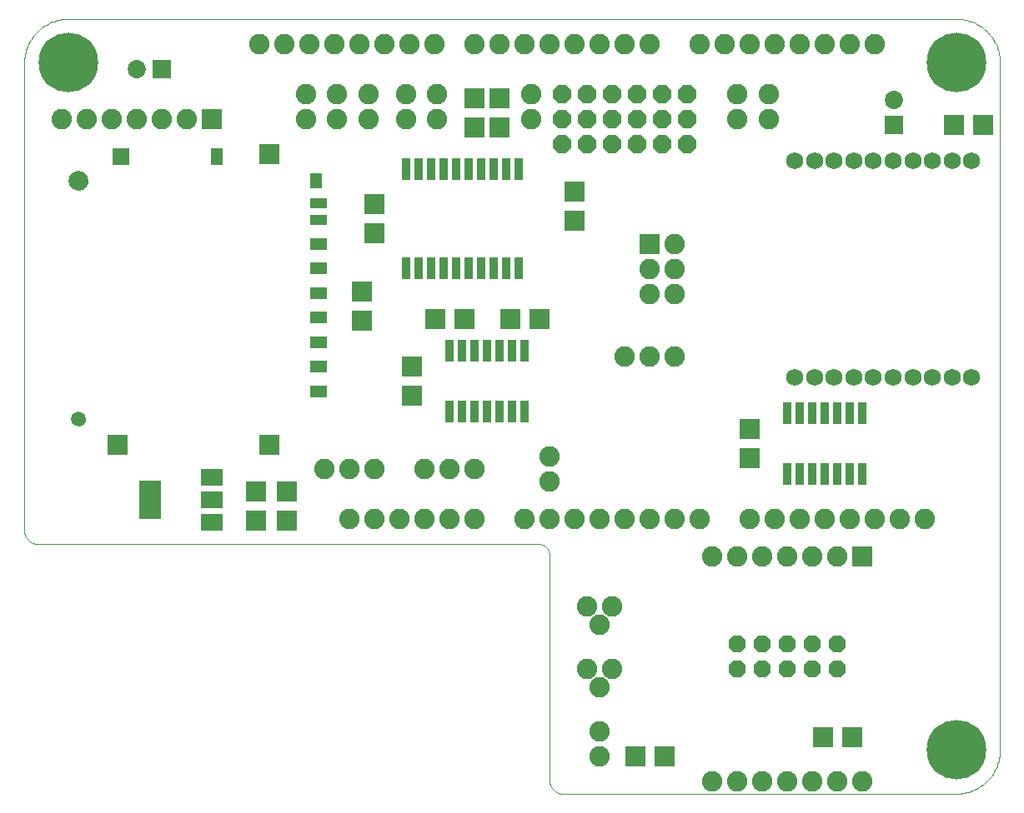
<source format=gts>
G75*
G70*
%OFA0B0*%
%FSLAX24Y24*%
%IPPOS*%
%LPD*%
%AMOC8*
5,1,8,0,0,1.08239X$1,22.5*
%
%ADD10C,0.0000*%
%ADD11R,0.0340X0.0880*%
%ADD12C,0.0820*%
%ADD13R,0.0820X0.0820*%
%ADD14R,0.0789X0.0790*%
%ADD15R,0.0790X0.0789*%
%ADD16R,0.0694X0.0493*%
%ADD17R,0.0694X0.0434*%
%ADD18R,0.0513X0.0611*%
%ADD19R,0.0828X0.0828*%
%ADD20R,0.0513X0.0710*%
%ADD21R,0.0710X0.0710*%
%ADD22C,0.0789*%
%ADD23C,0.0592*%
%ADD24C,0.0680*%
%ADD25C,0.2380*%
%ADD26R,0.0867X0.0671*%
%ADD27R,0.0867X0.1576*%
%ADD28OC8,0.0720*%
%ADD29OC8,0.0680*%
%ADD30R,0.0730X0.0730*%
%ADD31C,0.0730*%
D10*
X005721Y015221D02*
X025721Y015221D01*
X025765Y015219D01*
X025808Y015213D01*
X025850Y015204D01*
X025892Y015191D01*
X025932Y015174D01*
X025971Y015154D01*
X026008Y015131D01*
X026042Y015104D01*
X026075Y015075D01*
X026104Y015042D01*
X026131Y015008D01*
X026154Y014971D01*
X026174Y014932D01*
X026191Y014892D01*
X026204Y014850D01*
X026213Y014808D01*
X026219Y014765D01*
X026221Y014721D01*
X026221Y005721D01*
X026223Y005677D01*
X026229Y005634D01*
X026238Y005592D01*
X026251Y005550D01*
X026268Y005510D01*
X026288Y005471D01*
X026311Y005434D01*
X026338Y005400D01*
X026367Y005367D01*
X026400Y005338D01*
X026434Y005311D01*
X026471Y005288D01*
X026510Y005268D01*
X026550Y005251D01*
X026592Y005238D01*
X026634Y005229D01*
X026677Y005223D01*
X026721Y005221D01*
X042471Y005221D01*
X042554Y005223D01*
X042637Y005229D01*
X042720Y005239D01*
X042802Y005253D01*
X042884Y005270D01*
X042964Y005292D01*
X043043Y005317D01*
X043121Y005346D01*
X043198Y005379D01*
X043273Y005416D01*
X043346Y005455D01*
X043417Y005499D01*
X043486Y005545D01*
X043553Y005595D01*
X043617Y005648D01*
X043679Y005704D01*
X043738Y005763D01*
X043794Y005825D01*
X043847Y005889D01*
X043897Y005956D01*
X043943Y006025D01*
X043987Y006096D01*
X044026Y006169D01*
X044063Y006244D01*
X044096Y006321D01*
X044125Y006399D01*
X044150Y006478D01*
X044172Y006558D01*
X044189Y006640D01*
X044203Y006722D01*
X044213Y006805D01*
X044219Y006888D01*
X044221Y006971D01*
X044221Y034471D01*
X044219Y034554D01*
X044213Y034637D01*
X044203Y034720D01*
X044189Y034802D01*
X044172Y034884D01*
X044150Y034964D01*
X044125Y035043D01*
X044096Y035121D01*
X044063Y035198D01*
X044026Y035273D01*
X043987Y035346D01*
X043943Y035417D01*
X043897Y035486D01*
X043847Y035553D01*
X043794Y035617D01*
X043738Y035679D01*
X043679Y035738D01*
X043617Y035794D01*
X043553Y035847D01*
X043486Y035897D01*
X043417Y035943D01*
X043346Y035987D01*
X043273Y036026D01*
X043198Y036063D01*
X043121Y036096D01*
X043043Y036125D01*
X042964Y036150D01*
X042884Y036172D01*
X042802Y036189D01*
X042720Y036203D01*
X042637Y036213D01*
X042554Y036219D01*
X042471Y036221D01*
X006971Y036221D01*
X006888Y036219D01*
X006805Y036213D01*
X006722Y036203D01*
X006640Y036189D01*
X006558Y036172D01*
X006478Y036150D01*
X006399Y036125D01*
X006321Y036096D01*
X006244Y036063D01*
X006169Y036026D01*
X006096Y035987D01*
X006025Y035943D01*
X005956Y035897D01*
X005889Y035847D01*
X005825Y035794D01*
X005763Y035738D01*
X005704Y035679D01*
X005648Y035617D01*
X005595Y035553D01*
X005545Y035486D01*
X005499Y035417D01*
X005455Y035346D01*
X005416Y035273D01*
X005379Y035198D01*
X005346Y035121D01*
X005317Y035043D01*
X005292Y034964D01*
X005270Y034884D01*
X005253Y034802D01*
X005239Y034720D01*
X005229Y034637D01*
X005223Y034554D01*
X005221Y034471D01*
X005221Y015721D01*
X005223Y015677D01*
X005229Y015634D01*
X005238Y015592D01*
X005251Y015550D01*
X005268Y015510D01*
X005288Y015471D01*
X005311Y015434D01*
X005338Y015400D01*
X005367Y015367D01*
X005400Y015338D01*
X005434Y015311D01*
X005471Y015288D01*
X005510Y015268D01*
X005550Y015251D01*
X005592Y015238D01*
X005634Y015229D01*
X005677Y015223D01*
X005721Y015221D01*
X007130Y020207D02*
X007132Y020238D01*
X007138Y020269D01*
X007147Y020299D01*
X007160Y020328D01*
X007177Y020355D01*
X007197Y020379D01*
X007219Y020401D01*
X007245Y020420D01*
X007272Y020436D01*
X007301Y020448D01*
X007331Y020457D01*
X007362Y020462D01*
X007394Y020463D01*
X007425Y020460D01*
X007456Y020453D01*
X007486Y020443D01*
X007514Y020429D01*
X007540Y020411D01*
X007564Y020391D01*
X007585Y020367D01*
X007604Y020342D01*
X007619Y020314D01*
X007630Y020285D01*
X007638Y020254D01*
X007642Y020223D01*
X007642Y020191D01*
X007638Y020160D01*
X007630Y020129D01*
X007619Y020100D01*
X007604Y020072D01*
X007585Y020047D01*
X007564Y020023D01*
X007540Y020003D01*
X007514Y019985D01*
X007486Y019971D01*
X007456Y019961D01*
X007425Y019954D01*
X007394Y019951D01*
X007362Y019952D01*
X007331Y019957D01*
X007301Y019966D01*
X007272Y019978D01*
X007245Y019994D01*
X007219Y020013D01*
X007197Y020035D01*
X007177Y020059D01*
X007160Y020086D01*
X007147Y020115D01*
X007138Y020145D01*
X007132Y020176D01*
X007130Y020207D01*
X007032Y029735D02*
X007034Y029772D01*
X007040Y029809D01*
X007049Y029844D01*
X007063Y029879D01*
X007079Y029912D01*
X007100Y029943D01*
X007123Y029972D01*
X007149Y029998D01*
X007178Y030021D01*
X007209Y030042D01*
X007242Y030058D01*
X007277Y030072D01*
X007312Y030081D01*
X007349Y030087D01*
X007386Y030089D01*
X007423Y030087D01*
X007460Y030081D01*
X007495Y030072D01*
X007530Y030058D01*
X007563Y030042D01*
X007594Y030021D01*
X007623Y029998D01*
X007649Y029972D01*
X007672Y029943D01*
X007693Y029912D01*
X007709Y029879D01*
X007723Y029844D01*
X007732Y029809D01*
X007738Y029772D01*
X007740Y029735D01*
X007738Y029698D01*
X007732Y029661D01*
X007723Y029626D01*
X007709Y029591D01*
X007693Y029558D01*
X007672Y029527D01*
X007649Y029498D01*
X007623Y029472D01*
X007594Y029449D01*
X007563Y029428D01*
X007530Y029412D01*
X007495Y029398D01*
X007460Y029389D01*
X007423Y029383D01*
X007386Y029381D01*
X007349Y029383D01*
X007312Y029389D01*
X007277Y029398D01*
X007242Y029412D01*
X007209Y029428D01*
X007178Y029449D01*
X007149Y029472D01*
X007123Y029498D01*
X007100Y029527D01*
X007079Y029558D01*
X007063Y029591D01*
X007049Y029626D01*
X007040Y029661D01*
X007034Y029698D01*
X007032Y029735D01*
D11*
X020471Y030201D03*
X020971Y030201D03*
X021471Y030201D03*
X021971Y030201D03*
X022471Y030201D03*
X022971Y030201D03*
X023471Y030201D03*
X023971Y030201D03*
X024471Y030201D03*
X024971Y030201D03*
X024971Y026241D03*
X024471Y026241D03*
X023971Y026241D03*
X023471Y026241D03*
X022971Y026241D03*
X022471Y026241D03*
X021971Y026241D03*
X021471Y026241D03*
X020971Y026241D03*
X020471Y026241D03*
X022221Y022931D03*
X022721Y022931D03*
X023221Y022931D03*
X023721Y022931D03*
X024221Y022931D03*
X024721Y022931D03*
X025221Y022931D03*
X025221Y020511D03*
X024721Y020511D03*
X024221Y020511D03*
X023721Y020511D03*
X023221Y020511D03*
X022721Y020511D03*
X022221Y020511D03*
X035721Y020431D03*
X036221Y020431D03*
X036721Y020431D03*
X037221Y020431D03*
X037721Y020431D03*
X038221Y020431D03*
X038721Y020431D03*
X038721Y018011D03*
X038221Y018011D03*
X037721Y018011D03*
X037221Y018011D03*
X036721Y018011D03*
X036221Y018011D03*
X035721Y018011D03*
D12*
X036221Y016221D03*
X037221Y016221D03*
X038221Y016221D03*
X039221Y016221D03*
X040221Y016221D03*
X041221Y016221D03*
X037721Y014721D03*
X036721Y014721D03*
X035721Y014721D03*
X034721Y014721D03*
X033721Y014721D03*
X032721Y014721D03*
X032221Y016221D03*
X031221Y016221D03*
X030221Y016221D03*
X029221Y016221D03*
X028221Y016221D03*
X027221Y016221D03*
X026221Y016221D03*
X025221Y016221D03*
X026221Y017721D03*
X026221Y018721D03*
X023221Y018221D03*
X022221Y018221D03*
X021221Y018221D03*
X019221Y018221D03*
X018221Y018221D03*
X017221Y018221D03*
X018221Y016221D03*
X019221Y016221D03*
X020221Y016221D03*
X021221Y016221D03*
X022221Y016221D03*
X023221Y016221D03*
X027721Y012721D03*
X028221Y011971D03*
X028721Y012721D03*
X028721Y010221D03*
X028221Y009471D03*
X027721Y010221D03*
X028221Y007721D03*
X028221Y006721D03*
X032721Y005721D03*
X033721Y005721D03*
X034721Y005721D03*
X035721Y005721D03*
X036721Y005721D03*
X037721Y005721D03*
X038721Y005721D03*
X035221Y016221D03*
X034221Y016221D03*
X031221Y022721D03*
X030221Y022721D03*
X029221Y022721D03*
X030221Y025221D03*
X030221Y026221D03*
X031221Y026221D03*
X031221Y025221D03*
X031221Y027221D03*
X033721Y032221D03*
X033721Y033221D03*
X034971Y033221D03*
X034971Y032221D03*
X035221Y035221D03*
X036221Y035221D03*
X037221Y035221D03*
X038221Y035221D03*
X039221Y035221D03*
X034221Y035221D03*
X033221Y035221D03*
X032221Y035221D03*
X030221Y035221D03*
X029221Y035221D03*
X028221Y035221D03*
X027221Y035221D03*
X026221Y035221D03*
X025221Y035221D03*
X024221Y035221D03*
X023221Y035221D03*
X021621Y035221D03*
X020621Y035221D03*
X019621Y035221D03*
X018621Y035221D03*
X017621Y035221D03*
X016621Y035221D03*
X015621Y035221D03*
X014621Y035221D03*
X016471Y033221D03*
X016471Y032221D03*
X017721Y032221D03*
X018971Y032221D03*
X018971Y033221D03*
X017721Y033221D03*
X020471Y033221D03*
X020471Y032221D03*
X021721Y032221D03*
X021721Y033221D03*
X025471Y033221D03*
X025471Y032221D03*
X011721Y032221D03*
X010721Y032221D03*
X009721Y032221D03*
X008721Y032221D03*
X007721Y032221D03*
X006721Y032221D03*
D13*
X012721Y032221D03*
X030221Y027221D03*
X038721Y014721D03*
D14*
X038311Y007471D03*
X037131Y007471D03*
X030811Y006721D03*
X029631Y006721D03*
X025811Y024221D03*
X024631Y024221D03*
X022811Y024221D03*
X021631Y024221D03*
X042381Y031971D03*
X043561Y031971D03*
D15*
X034221Y019811D03*
X034221Y018631D03*
X027221Y028131D03*
X027221Y029311D03*
X024221Y031881D03*
X023221Y031881D03*
X023221Y033061D03*
X024221Y033061D03*
X019221Y028811D03*
X019221Y027631D03*
X018721Y025311D03*
X018721Y024131D03*
X020721Y022311D03*
X020721Y021131D03*
X015721Y017311D03*
X015721Y016131D03*
X014471Y016131D03*
X014471Y017311D03*
D16*
X016981Y021321D03*
X016981Y022305D03*
X016981Y023290D03*
X016981Y024274D03*
X016981Y025258D03*
X016981Y026242D03*
X016981Y027227D03*
D17*
X016981Y028179D03*
X016981Y028849D03*
D18*
X016890Y029746D03*
D19*
X015024Y030825D03*
X015024Y019164D03*
X008941Y019164D03*
D20*
X012898Y030699D03*
D21*
X009091Y030719D03*
D22*
X007386Y029735D03*
D23*
X007386Y020207D03*
D24*
X036008Y021890D03*
X036796Y021890D03*
X037583Y021890D03*
X038370Y021890D03*
X039158Y021890D03*
X039945Y021890D03*
X040733Y021890D03*
X041520Y021890D03*
X042307Y021890D03*
X043095Y021890D03*
X043095Y030551D03*
X042307Y030551D03*
X041520Y030551D03*
X040733Y030551D03*
X039945Y030551D03*
X039158Y030551D03*
X038370Y030551D03*
X037583Y030551D03*
X036796Y030551D03*
X036008Y030551D03*
D25*
X042471Y034471D03*
X042471Y006971D03*
X006971Y034471D03*
D26*
X012711Y017876D03*
X012711Y016971D03*
X012711Y016065D03*
D27*
X010231Y016971D03*
D28*
X026721Y031221D03*
X026721Y032221D03*
X027721Y032221D03*
X028721Y032221D03*
X029721Y032221D03*
X030721Y032221D03*
X031721Y032221D03*
X031721Y031221D03*
X030721Y031221D03*
X029721Y031221D03*
X028721Y031221D03*
X027721Y031221D03*
X027721Y033221D03*
X028721Y033221D03*
X029721Y033221D03*
X030721Y033221D03*
X031721Y033221D03*
X026721Y033221D03*
D29*
X033721Y011221D03*
X034721Y011221D03*
X035721Y011221D03*
X036721Y011221D03*
X037721Y011221D03*
X037721Y010221D03*
X036721Y010221D03*
X035721Y010221D03*
X034721Y010221D03*
X033721Y010221D03*
D30*
X039971Y031971D03*
X010721Y034221D03*
D31*
X009721Y034221D03*
X039971Y032971D03*
M02*

</source>
